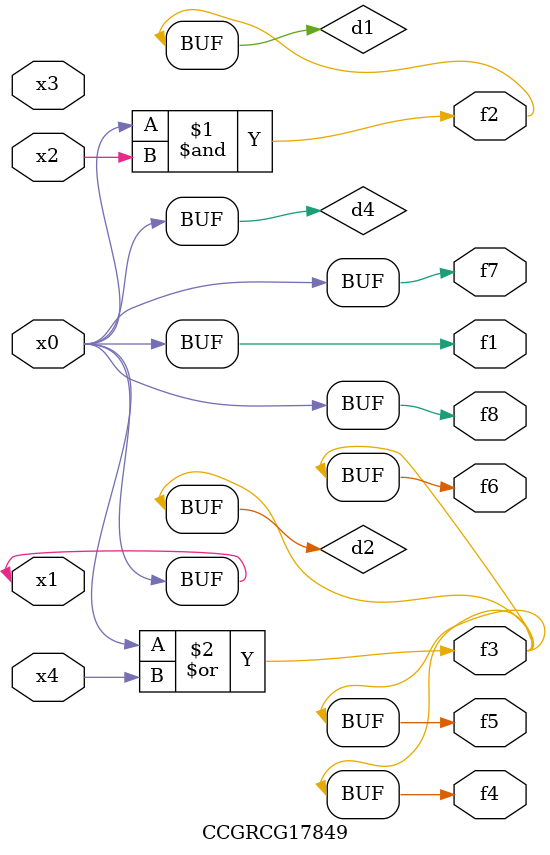
<source format=v>
module CCGRCG17849(
	input x0, x1, x2, x3, x4,
	output f1, f2, f3, f4, f5, f6, f7, f8
);

	wire d1, d2, d3, d4;

	and (d1, x0, x2);
	or (d2, x0, x4);
	nand (d3, x0, x2);
	buf (d4, x0, x1);
	assign f1 = d4;
	assign f2 = d1;
	assign f3 = d2;
	assign f4 = d2;
	assign f5 = d2;
	assign f6 = d2;
	assign f7 = d4;
	assign f8 = d4;
endmodule

</source>
